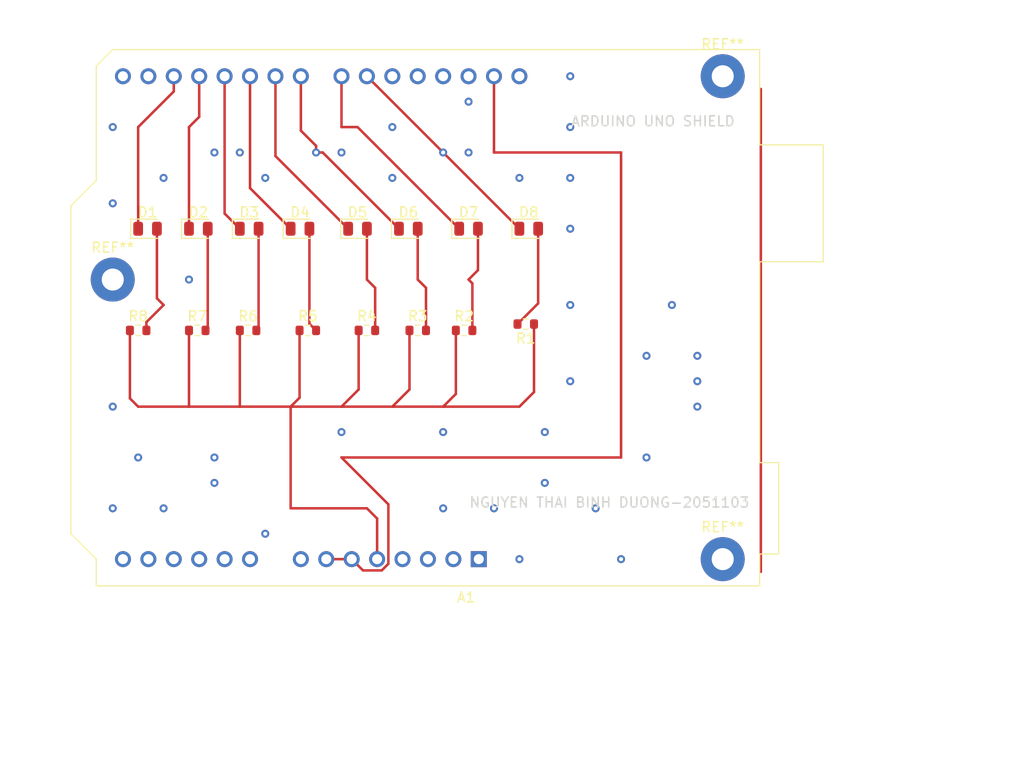
<source format=kicad_pcb>
(kicad_pcb (version 20221018) (generator pcbnew)
  (layers (0 "F.Cu" signal) (31 "B.Cu" signal) (34 "B.Paste" user) (35 "F.Paste" user) (36 "B.SilkS" user "B.Silkscreen") (37 "F.SilkS" user "F.Silkscreen") (38 "B.Mask" user) (39 "F.Mask" user) (44 "Edge.Cuts" user))
  (net 0 "")
  (net 5 "Net-(A1-+5V)")
  (net 6 "GND")
  (net 16 "Net-(A1-D2)")
  (net 17 "Net-(A1-D3)")
  (net 18 "Net-(A1-D4)")
  (net 19 "Net-(A1-D5)")
  (net 20 "Net-(A1-D6)")
  (net 21 "Net-(A1-D7)")
  (net 22 "Net-(A1-D8)")
  (net 23 "Net-(A1-D9)")
  (net 29 "Net-(D1-A)")
  (net 30 "Net-(D2-A)")
  (net 31 "Net-(D3-A)")
  (net 32 "Net-(D4-A)")
  (net 33 "Net-(D5-A)")
  (net 34 "Net-(D6-A)")
  (net 35 "Net-(D7-A)")
  (net 36 "Net-(D8-A)")
  (footprint "MountingHole:MountingHole_2.2mm_M2_Pad" (layer "F.Cu") (at 76.2 71.12)
    (fp_text reference "REF**" (at 0 -3.2) (layer "F.SilkS"))
    (fp_text value "MountingHole_2.2mm_M2_Pad")
    (pad "1" thru_hole circle (at 0 0) (size 4.4 4.4) (drill 2.2) (layers "*.Cu" "*.Mask"))
  )
  (footprint "LED_SMD:LED_0805_2012Metric" (layer "F.Cu") (at 100.6625 66.04)
    (fp_text reference "D5" (at 0 -1.65) (layer "F.SilkS"))
    (fp_text value "LED")
    (fp_line (start -1.685 -0.96) (end -1.685 0.96) (stroke (width 0.12)) (layer "F.SilkS"))
    (fp_line (start -1.685 0.96) (end 1 0.96) (stroke (width 0.12)) (layer "F.SilkS"))
    (fp_line (start 1 -0.96) (end -1.685 -0.96) (stroke (width 0.12)) (layer "F.SilkS"))
    (pad "1" smd roundrect (at -0.9375 0) (size 0.975 1.4) (layers "F.Cu" "F.Paste" "F.Mask") (net 20 "Net-(A1-D6)"))
    (pad "2" smd roundrect (at 0.9375 0) (size 0.975 1.4) (layers "F.Cu" "F.Paste" "F.Mask") (net 33 "Net-(D5-A)"))
  )
  (footprint "MountingHole:MountingHole_2.2mm_M2_Pad" (layer "F.Cu") (at 137.16 50.8)
    (fp_text reference "REF**" (at 0 -3.2) (layer "F.SilkS"))
    (fp_text value "MountingHole_2.2mm_M2_Pad")
    (pad "1" thru_hole circle (at 0 0) (size 4.4 4.4) (drill 2.2) (layers "*.Cu" "*.Mask"))
  )
  (footprint "Resistor_SMD:R_0603_1608Metric" (layer "F.Cu") (at 89.725 76.2)
    (fp_text reference "R6" (at 0 -1.43) (layer "F.SilkS"))
    (fp_text value "247")
    (fp_line (start -0.237258 -0.5225) (end 0.237258 -0.5225) (stroke (width 0.12)) (layer "F.SilkS"))
    (fp_line (start -0.237258 0.5225) (end 0.237258 0.5225) (stroke (width 0.12)) (layer "F.SilkS"))
    (pad "1" smd roundrect (at -0.825 0) (size 0.8 0.95) (layers "F.Cu" "F.Paste" "F.Mask") (net 5 "Net-(A1-+5V)"))
    (pad "2" smd roundrect (at 0.825 0) (size 0.8 0.95) (layers "F.Cu" "F.Paste" "F.Mask") (net 31 "Net-(D3-A)"))
  )
  (footprint "LED_SMD:LED_0805_2012Metric" (layer "F.Cu") (at 111.76 66.04)
    (fp_text reference "D7" (at 0 -1.65) (layer "F.SilkS"))
    (fp_text value "LED")
    (fp_line (start -1.685 -0.96) (end -1.685 0.96) (stroke (width 0.12)) (layer "F.SilkS"))
    (fp_line (start -1.685 0.96) (end 1 0.96) (stroke (width 0.12)) (layer "F.SilkS"))
    (fp_line (start 1 -0.96) (end -1.685 -0.96) (stroke (width 0.12)) (layer "F.SilkS"))
    (pad "1" smd roundrect (at -0.9375 0) (size 0.975 1.4) (layers "F.Cu" "F.Paste" "F.Mask") (net 22 "Net-(A1-D8)"))
    (pad "2" smd roundrect (at 0.9375 0) (size 0.975 1.4) (layers "F.Cu" "F.Paste" "F.Mask") (net 35 "Net-(D7-A)"))
  )
  (footprint "Resistor_SMD:R_0603_1608Metric" (layer "F.Cu") (at 106.68 76.2)
    (fp_text reference "R3" (at 0 -1.43) (layer "F.SilkS"))
    (fp_text value "247")
    (fp_line (start -0.237258 -0.5225) (end 0.237258 -0.5225) (stroke (width 0.12)) (layer "F.SilkS"))
    (fp_line (start -0.237258 0.5225) (end 0.237258 0.5225) (stroke (width 0.12)) (layer "F.SilkS"))
    (pad "1" smd roundrect (at -0.825 0) (size 0.8 0.95) (layers "F.Cu" "F.Paste" "F.Mask") (net 5 "Net-(A1-+5V)"))
    (pad "2" smd roundrect (at 0.825 0) (size 0.8 0.95) (layers "F.Cu" "F.Paste" "F.Mask") (net 34 "Net-(D6-A)"))
  )
  (footprint "Resistor_SMD:R_0603_1608Metric" (layer "F.Cu") (at 117.475 75.565 180)
    (fp_text reference "R1" (at 0 -1.43) (layer "F.SilkS"))
    (fp_text value "247")
    (fp_line (start -0.237258 -0.5225) (end 0.237258 -0.5225) (stroke (width 0.12)) (layer "F.SilkS"))
    (fp_line (start -0.237258 0.5225) (end 0.237258 0.5225) (stroke (width 0.12)) (layer "F.SilkS"))
    (pad "1" smd roundrect (at -0.825 0 180) (size 0.8 0.95) (layers "F.Cu" "F.Paste" "F.Mask") (net 5 "Net-(A1-+5V)"))
    (pad "2" smd roundrect (at 0.825 0 180) (size 0.8 0.95) (layers "F.Cu" "F.Paste" "F.Mask") (net 36 "Net-(D8-A)"))
  )
  (footprint "Module:Arduino_UNO_R2" (layer "F.Cu") (at 112.78 99.06 180)
    (fp_text reference "A1" (at 1.27 -3.81) (layer "F.SilkS"))
    (fp_text value "Arduino_UNO_R2")
    (fp_line (start -34.42 29.72) (end -34.42 41.4) (stroke (width 0.12)) (layer "F.SilkS"))
    (fp_line (start -34.42 41.4) (end -28.07 41.4) (stroke (width 0.12)) (layer "F.SilkS"))
    (fp_line (start -29.97 0.51) (end -29.97 9.65) (stroke (width 0.12)) (layer "F.SilkS"))
    (fp_line (start -29.97 9.65) (end -28.07 9.65) (stroke (width 0.12)) (layer "F.SilkS"))
    (fp_line (start -28.07 -2.67) (end -28.07 0.51) (stroke (width 0.12)) (layer "F.SilkS"))
    (fp_line (start -28.07 0.51) (end -29.97 0.51) (stroke (width 0.12)) (layer "F.SilkS"))
    (fp_line (start -28.07 9.65) (end -28.07 29.72) (stroke (width 0.12)) (layer "F.SilkS"))
    (fp_line (start -28.07 29.72) (end -34.42 29.72) (stroke (width 0.12)) (layer "F.SilkS"))
    (fp_line (start -28.07 41.4) (end -28.07 50.93) (stroke (width 0.12)) (layer "F.SilkS"))
    (fp_line (start -28.07 50.93) (end 36.58 50.93) (stroke (width 0.12)) (layer "F.SilkS"))
    (fp_line (start 36.58 50.93) (end 38.23 49.28) (stroke (width 0.12)) (layer "F.SilkS"))
    (fp_line (start 38.23 -2.67) (end -28.07 -2.67) (stroke (width 0.12)) (layer "F.SilkS"))
    (fp_line (start 38.23 0) (end 38.23 -2.67) (stroke (width 0.12)) (layer "F.SilkS"))
    (fp_line (start 38.23 37.85) (end 40.77 35.31) (stroke (width 0.12)) (layer "F.SilkS"))
    (fp_line (start 38.23 49.28) (end 38.23 37.85) (stroke (width 0.12)) (layer "F.SilkS"))
    (fp_line (start 40.77 2.54) (end 38.23 0) (stroke (width 0.12)) (layer "F.SilkS"))
    (fp_line (start 40.77 35.31) (end 40.77 2.54) (stroke (width 0.12)) (layer "F.SilkS"))
    (pad "1" thru_hole rect (at 0 0 270) (size 1.6 1.6) (drill 1) (layers "*.Cu" "*.Mask"))
    (pad "2" thru_hole oval (at 2.54 0 270) (size 1.6 1.6) (drill 1) (layers "*.Cu" "*.Mask"))
    (pad "3" thru_hole oval (at 5.08 0 270) (size 1.6 1.6) (drill 1) (layers "*.Cu" "*.Mask"))
    (pad "4" thru_hole oval (at 7.62 0 270) (size 1.6 1.6) (drill 1) (layers "*.Cu" "*.Mask"))
    (pad "5" thru_hole oval (at 10.16 0 270) (size 1.6 1.6) (drill 1) (layers "*.Cu" "*.Mask") (net 5 "Net-(A1-+5V)"))
    (pad "6" thru_hole oval (at 12.7 0 270) (size 1.6 1.6) (drill 1) (layers "*.Cu" "*.Mask") (net 6 "GND"))
    (pad "7" thru_hole oval (at 15.24 0 270) (size 1.6 1.6) (drill 1) (layers "*.Cu" "*.Mask") (net 6 "GND"))
    (pad "8" thru_hole oval (at 17.78 0 270) (size 1.6 1.6) (drill 1) (layers "*.Cu" "*.Mask"))
    (pad "9" thru_hole oval (at 22.86 0 270) (size 1.6 1.6) (drill 1) (layers "*.Cu" "*.Mask"))
    (pad "10" thru_hole oval (at 25.4 0 270) (size 1.6 1.6) (drill 1) (layers "*.Cu" "*.Mask"))
    (pad "11" thru_hole oval (at 27.94 0 270) (size 1.6 1.6) (drill 1) (layers "*.Cu" "*.Mask"))
    (pad "12" thru_hole oval (at 30.48 0 270) (size 1.6 1.6) (drill 1) (layers "*.Cu" "*.Mask"))
    (pad "13" thru_hole oval (at 33.02 0 270) (size 1.6 1.6) (drill 1) (layers "*.Cu" "*.Mask"))
    (pad "14" thru_hole oval (at 35.56 0 270) (size 1.6 1.6) (drill 1) (layers "*.Cu" "*.Mask"))
    (pad "15" thru_hole oval (at 35.56 48.26 270) (size 1.6 1.6) (drill 1) (layers "*.Cu" "*.Mask"))
    (pad "16" thru_hole oval (at 33.02 48.26 270) (size 1.6 1.6) (drill 1) (layers "*.Cu" "*.Mask"))
    (pad "17" thru_hole oval (at 30.48 48.26 270) (size 1.6 1.6) (drill 1) (layers "*.Cu" "*.Mask") (net 16 "Net-(A1-D2)"))
    (pad "18" thru_hole oval (at 27.94 48.26 270) (size 1.6 1.6) (drill 1) (layers "*.Cu" "*.Mask") (net 17 "Net-(A1-D3)"))
    (pad "19" thru_hole oval (at 25.4 48.26 270) (size 1.6 1.6) (drill 1) (layers "*.Cu" "*.Mask") (net 18 "Net-(A1-D4)"))
    (pad "20" thru_hole oval (at 22.86 48.26 270) (size 1.6 1.6) (drill 1) (layers "*.Cu" "*.Mask") (net 19 "Net-(A1-D5)"))
    (pad "21" thru_hole oval (at 20.32 48.26 270) (size 1.6 1.6) (drill 1) (layers "*.Cu" "*.Mask") (net 20 "Net-(A1-D6)"))
    (pad "22" thru_hole oval (at 17.78 48.26 270) (size 1.6 1.6) (drill 1) (layers "*.Cu" "*.Mask") (net 21 "Net-(A1-D7)"))
    (pad "23" thru_hole oval (at 13.72 48.26 270) (size 1.6 1.6) (drill 1) (layers "*.Cu" "*.Mask") (net 22 "Net-(A1-D8)"))
    (pad "24" thru_hole oval (at 11.18 48.26 270) (size 1.6 1.6) (drill 1) (layers "*.Cu" "*.Mask") (net 23 "Net-(A1-D9)"))
    (pad "25" thru_hole oval (at 8.64 48.26 270) (size 1.6 1.6) (drill 1) (layers "*.Cu" "*.Mask"))
    (pad "26" thru_hole oval (at 6.1 48.26 270) (size 1.6 1.6) (drill 1) (layers "*.Cu" "*.Mask"))
    (pad "27" thru_hole oval (at 3.56 48.26 270) (size 1.6 1.6) (drill 1) (layers "*.Cu" "*.Mask"))
    (pad "28" thru_hole oval (at 1.02 48.26 270) (size 1.6 1.6) (drill 1) (layers "*.Cu" "*.Mask"))
    (pad "29" thru_hole oval (at -1.52 48.26 270) (size 1.6 1.6) (drill 1) (layers "*.Cu" "*.Mask") (net 6 "GND"))
    (pad "30" thru_hole oval (at -4.06 48.26 270) (size 1.6 1.6) (drill 1) (layers "*.Cu" "*.Mask"))
  )
  (footprint "MountingHole:MountingHole_2.2mm_M2_Pad" (layer "F.Cu") (at 137.16 99.06)
    (fp_text reference "REF**" (at 0 -3.2) (layer "F.SilkS"))
    (fp_text value "MountingHole_2.2mm_M2_Pad")
    (pad "1" thru_hole circle (at 0 0) (size 4.4 4.4) (drill 2.2) (layers "*.Cu" "*.Mask"))
  )
  (footprint "LED_SMD:LED_0805_2012Metric" (layer "F.Cu") (at 89.8375 66.04)
    (fp_text reference "D3" (at 0 -1.65) (layer "F.SilkS"))
    (fp_text value "LED")
    (fp_line (start -1.685 -0.96) (end -1.685 0.96) (stroke (width 0.12)) (layer "F.SilkS"))
    (fp_line (start -1.685 0.96) (end 1 0.96) (stroke (width 0.12)) (layer "F.SilkS"))
    (fp_line (start 1 -0.96) (end -1.685 -0.96) (stroke (width 0.12)) (layer "F.SilkS"))
    (pad "1" smd roundrect (at -0.9375 0) (size 0.975 1.4) (layers "F.Cu" "F.Paste" "F.Mask") (net 18 "Net-(A1-D4)"))
    (pad "2" smd roundrect (at 0.9375 0) (size 0.975 1.4) (layers "F.Cu" "F.Paste" "F.Mask") (net 31 "Net-(D3-A)"))
  )
  (footprint "LED_SMD:LED_0805_2012Metric" (layer "F.Cu") (at 84.7575 66.04)
    (fp_text reference "D2" (at 0 -1.65) (layer "F.SilkS"))
    (fp_text value "LED")
    (fp_line (start -1.685 -0.96) (end -1.685 0.96) (stroke (width 0.12)) (layer "F.SilkS"))
    (fp_line (start -1.685 0.96) (end 1 0.96) (stroke (width 0.12)) (layer "F.SilkS"))
    (fp_line (start 1 -0.96) (end -1.685 -0.96) (stroke (width 0.12)) (layer "F.SilkS"))
    (pad "1" smd roundrect (at -0.9375 0) (size 0.975 1.4) (layers "F.Cu" "F.Paste" "F.Mask") (net 17 "Net-(A1-D3)"))
    (pad "2" smd roundrect (at 0.9375 0) (size 0.975 1.4) (layers "F.Cu" "F.Paste" "F.Mask") (net 30 "Net-(D2-A)"))
  )
  (footprint "Resistor_SMD:R_0603_1608Metric" (layer "F.Cu") (at 78.74 76.2)
    (fp_text reference "R8" (at 0 -1.43) (layer "F.SilkS"))
    (fp_text value "247")
    (fp_line (start -0.237258 -0.5225) (end 0.237258 -0.5225) (stroke (width 0.12)) (layer "F.SilkS"))
    (fp_line (start -0.237258 0.5225) (end 0.237258 0.5225) (stroke (width 0.12)) (layer "F.SilkS"))
    (pad "1" smd roundrect (at -0.825 0) (size 0.8 0.95) (layers "F.Cu" "F.Paste" "F.Mask") (net 5 "Net-(A1-+5V)"))
    (pad "2" smd roundrect (at 0.825 0) (size 0.8 0.95) (layers "F.Cu" "F.Paste" "F.Mask") (net 29 "Net-(D1-A)"))
  )
  (footprint "LED_SMD:LED_0805_2012Metric" (layer "F.Cu") (at 94.9175 66.04)
    (fp_text reference "D4" (at 0 -1.65) (layer "F.SilkS"))
    (fp_text value "LED")
    (fp_line (start -1.685 -0.96) (end -1.685 0.96) (stroke (width 0.12)) (layer "F.SilkS"))
    (fp_line (start -1.685 0.96) (end 1 0.96) (stroke (width 0.12)) (layer "F.SilkS"))
    (fp_line (start 1 -0.96) (end -1.685 -0.96) (stroke (width 0.12)) (layer "F.SilkS"))
    (pad "1" smd roundrect (at -0.9375 0) (size 0.975 1.4) (layers "F.Cu" "F.Paste" "F.Mask") (net 19 "Net-(A1-D5)"))
    (pad "2" smd roundrect (at 0.9375 0) (size 0.975 1.4) (layers "F.Cu" "F.Paste" "F.Mask") (net 32 "Net-(D4-A)"))
  )
  (footprint "LED_SMD:LED_0805_2012Metric" (layer "F.Cu") (at 79.6775 66.04)
    (fp_text reference "D1" (at 0 -1.65) (layer "F.SilkS"))
    (fp_text value "LED")
    (fp_line (start -1.685 -0.96) (end -1.685 0.96) (stroke (width 0.12)) (layer "F.SilkS"))
    (fp_line (start -1.685 0.96) (end 1 0.96) (stroke (width 0.12)) (layer "F.SilkS"))
    (fp_line (start 1 -0.96) (end -1.685 -0.96) (stroke (width 0.12)) (layer "F.SilkS"))
    (pad "1" smd roundrect (at -0.9375 0) (size 0.975 1.4) (layers "F.Cu" "F.Paste" "F.Mask") (net 16 "Net-(A1-D2)"))
    (pad "2" smd roundrect (at 0.9375 0) (size 0.975 1.4) (layers "F.Cu" "F.Paste" "F.Mask") (net 29 "Net-(D1-A)"))
  )
  (footprint "LED_SMD:LED_0805_2012Metric" (layer "F.Cu") (at 117.7775 66.04)
    (fp_text reference "D8" (at 0 -1.65) (layer "F.SilkS"))
    (fp_text value "LED")
    (fp_line (start -1.685 -0.96) (end -1.685 0.96) (stroke (width 0.12)) (layer "F.SilkS"))
    (fp_line (start -1.685 0.96) (end 1 0.96) (stroke (width 0.12)) (layer "F.SilkS"))
    (fp_line (start 1 -0.96) (end -1.685 -0.96) (stroke (width 0.12)) (layer "F.SilkS"))
    (pad "1" smd roundrect (at -0.9375 0) (size 0.975 1.4) (layers "F.Cu" "F.Paste" "F.Mask") (net 23 "Net-(A1-D9)"))
    (pad "2" smd roundrect (at 0.9375 0) (size 0.975 1.4) (layers "F.Cu" "F.Paste" "F.Mask") (net 36 "Net-(D8-A)"))
  )
  (footprint "Resistor_SMD:R_0603_1608Metric" (layer "F.Cu") (at 111.315 76.2)
    (fp_text reference "R2" (at 0 -1.43) (layer "F.SilkS"))
    (fp_text value "247")
    (fp_line (start -0.237258 -0.5225) (end 0.237258 -0.5225) (stroke (width 0.12)) (layer "F.SilkS"))
    (fp_line (start -0.237258 0.5225) (end 0.237258 0.5225) (stroke (width 0.12)) (layer "F.SilkS"))
    (pad "1" smd roundrect (at -0.825 0) (size 0.8 0.95) (layers "F.Cu" "F.Paste" "F.Mask") (net 5 "Net-(A1-+5V)"))
    (pad "2" smd roundrect (at 0.825 0) (size 0.8 0.95) (layers "F.Cu" "F.Paste" "F.Mask") (net 35 "Net-(D7-A)"))
  )
  (footprint "Resistor_SMD:R_0603_1608Metric" (layer "F.Cu") (at 84.645 76.2)
    (fp_text reference "R7" (at 0 -1.43) (layer "F.SilkS"))
    (fp_text value "247")
    (fp_line (start -0.237258 -0.5225) (end 0.237258 -0.5225) (stroke (width 0.12)) (layer "F.SilkS"))
    (fp_line (start -0.237258 0.5225) (end 0.237258 0.5225) (stroke (width 0.12)) (layer "F.SilkS"))
    (pad "1" smd roundrect (at -0.825 0) (size 0.8 0.95) (layers "F.Cu" "F.Paste" "F.Mask") (net 5 "Net-(A1-+5V)"))
    (pad "2" smd roundrect (at 0.825 0) (size 0.8 0.95) (layers "F.Cu" "F.Paste" "F.Mask") (net 30 "Net-(D2-A)"))
  )
  (footprint "Resistor_SMD:R_0603_1608Metric" (layer "F.Cu") (at 101.6 76.2)
    (fp_text reference "R4" (at 0 -1.43) (layer "F.SilkS"))
    (fp_text value "247")
    (fp_line (start -0.237258 -0.5225) (end 0.237258 -0.5225) (stroke (width 0.12)) (layer "F.SilkS"))
    (fp_line (start -0.237258 0.5225) (end 0.237258 0.5225) (stroke (width 0.12)) (layer "F.SilkS"))
    (pad "1" smd roundrect (at -0.825 0) (size 0.8 0.95) (layers "F.Cu" "F.Paste" "F.Mask") (net 5 "Net-(A1-+5V)"))
    (pad "2" smd roundrect (at 0.825 0) (size 0.8 0.95) (layers "F.Cu" "F.Paste" "F.Mask") (net 33 "Net-(D5-A)"))
  )
  (footprint "Resistor_SMD:R_0603_1608Metric" (layer "F.Cu") (at 95.695 76.2)
    (fp_text reference "R5" (at 0 -1.43) (layer "F.SilkS"))
    (fp_text value "247")
    (fp_line (start -0.237258 -0.5225) (end 0.237258 -0.5225) (stroke (width 0.12)) (layer "F.SilkS"))
    (fp_line (start -0.237258 0.5225) (end 0.237258 0.5225) (stroke (width 0.12)) (layer "F.SilkS"))
    (pad "1" smd roundrect (at -0.825 0) (size 0.8 0.95) (layers "F.Cu" "F.Paste" "F.Mask") (net 5 "Net-(A1-+5V)"))
    (pad "2" smd roundrect (at 0.825 0) (size 0.8 0.95) (layers "F.Cu" "F.Paste" "F.Mask") (net 32 "Net-(D4-A)"))
  )
  (footprint "LED_SMD:LED_0805_2012Metric" (layer "F.Cu") (at 105.7425 66.04)
    (fp_text reference "D6" (at 0 -1.65) (layer "F.SilkS"))
    (fp_text value "LED")
    (fp_line (start -1.685 -0.96) (end -1.685 0.96) (stroke (width 0.12)) (layer "F.SilkS"))
    (fp_line (start -1.685 0.96) (end 1 0.96) (stroke (width 0.12)) (layer "F.SilkS"))
    (fp_line (start 1 -0.96) (end -1.685 -0.96) (stroke (width 0.12)) (layer "F.SilkS"))
    (pad "1" smd roundrect (at -0.9375 0) (size 0.975 1.4) (layers "F.Cu" "F.Paste" "F.Mask") (net 21 "Net-(A1-D7)"))
    (pad "2" smd roundrect (at 0.9375 0) (size 0.975 1.4) (layers "F.Cu" "F.Paste" "F.Mask") (net 34 "Net-(D6-A)"))
  )
  (gr_text "ARDUINO UNO SHIELD" (at 121.92 55.88) (layer "Edge.Cuts") (effects (font (size 1 1)) (justify left bottom)))
  (gr_text "NGUYEN THAI BINH DUONG-2051103" (at 111.76 93.98) (layer "Edge.Cuts") (effects (font (size 1 1)) (justify left bottom)))
  (segment (start 140.97 100.33) (end 140.97 52.07) (width 0.25) (layer "F.Cu") (net 0))
  (via (at 91.44 60.96) (size 0.8) (drill 0.4) (layers "F.Cu" "B.Cu") (net 0))
  (via (at 76.2 55.88) (size 0.8) (drill 0.4) (layers "F.Cu" "B.Cu") (net 0))
  (via (at 121.92 50.8) (size 0.8) (drill 0.4) (layers "F.Cu" "B.Cu") (net 0))
  (via (at 104.14 55.88) (size 0.8) (drill 0.4) (layers "F.Cu" "B.Cu") (net 0))
  (via (at 121.92 73.66) (size 0.8) (drill 0.4) (layers "F.Cu" "B.Cu") (net 0))
  (via (at 127 99.06) (size 0.8) (drill 0.4) (layers "F.Cu" "B.Cu") (net 0))
  (via (at 104.14 60.96) (size 0.8) (drill 0.4) (layers "F.Cu" "B.Cu") (net 0))
  (via (at 111.76 53.34) (size 0.8) (drill 0.4) (layers "F.Cu" "B.Cu") (net 0))
  (via (at 78.74 88.9) (size 0.8) (drill 0.4) (layers "F.Cu" "B.Cu") (net 0))
  (via (at 121.92 66.04) (size 0.8) (drill 0.4) (layers "F.Cu" "B.Cu") (net 0))
  (via (at 86.36 91.44) (size 0.8) (drill 0.4) (layers "F.Cu" "B.Cu") (net 0))
  (via (at 119.38 91.44) (size 0.8) (drill 0.4) (layers "F.Cu" "B.Cu") (net 0))
  (via (at 86.36 58.42) (size 0.8) (drill 0.4) (layers "F.Cu" "B.Cu") (net 0))
  (via (at 83.82 71.12) (size 0.8) (drill 0.4) (layers "F.Cu" "B.Cu") (net 0))
  (via (at 99.06 86.36) (size 0.8) (drill 0.4) (layers "F.Cu" "B.Cu") (net 0))
  (via (at 81.28 60.96) (size 0.8) (drill 0.4) (layers "F.Cu" "B.Cu") (net 0))
  (via (at 109.22 93.98) (size 0.8) (drill 0.4) (layers "F.Cu" "B.Cu") (net 0))
  (via (at 134.62 81.28) (size 0.8) (drill 0.4) (layers "F.Cu" "B.Cu") (net 0))
  (via (at 124.46 93.98) (size 0.8) (drill 0.4) (layers "F.Cu" "B.Cu") (net 0))
  (via (at 129.54 78.74) (size 0.8) (drill 0.4) (layers "F.Cu" "B.Cu") (net 0))
  (via (at 88.9 58.42) (size 0.8) (drill 0.4) (layers "F.Cu" "B.Cu") (net 0))
  (via (at 116.84 60.96) (size 0.8) (drill 0.4) (layers "F.Cu" "B.Cu") (net 0))
  (via (at 86.36 88.9) (size 0.8) (drill 0.4) (layers "F.Cu" "B.Cu") (net 0))
  (via (at 76.2 83.82) (size 0.8) (drill 0.4) (layers "F.Cu" "B.Cu") (net 0))
  (via (at 134.62 83.82) (size 0.8) (drill 0.4) (layers "F.Cu" "B.Cu") (net 0))
  (via (at 111.76 58.42) (size 0.8) (drill 0.4) (layers "F.Cu" "B.Cu") (net 0))
  (via (at 132.08 73.66) (size 0.8) (drill 0.4) (layers "F.Cu" "B.Cu") (net 0))
  (via (at 121.92 60.96) (size 0.8) (drill 0.4) (layers "F.Cu" "B.Cu") (net 0))
  (via (at 109.22 86.36) (size 0.8) (drill 0.4) (layers "F.Cu" "B.Cu") (net 0))
  (via (at 119.38 86.36) (size 0.8) (drill 0.4) (layers "F.Cu" "B.Cu") (net 0))
  (via (at 99.06 58.42) (size 0.8) (drill 0.4) (layers "F.Cu" "B.Cu") (net 0))
  (via (at 121.92 81.28) (size 0.8) (drill 0.4) (layers "F.Cu" "B.Cu") (net 0))
  (via (at 76.2 63.5) (size 0.8) (drill 0.4) (layers "F.Cu" "B.Cu") (net 0))
  (via (at 91.44 96.52) (size 0.8) (drill 0.4) (layers "F.Cu" "B.Cu") (net 0))
  (via (at 81.28 93.98) (size 0.8) (drill 0.4) (layers "F.Cu" "B.Cu") (net 0))
  (via (at 121.92 55.88) (size 0.8) (drill 0.4) (layers "F.Cu" "B.Cu") (net 0))
  (via (at 76.2 93.98) (size 0.8) (drill 0.4) (layers "F.Cu" "B.Cu") (net 0))
  (via (at 134.62 78.74) (size 0.8) (drill 0.4) (layers "F.Cu" "B.Cu") (net 0))
  (via (at 114.3 93.98) (size 0.8) (drill 0.4) (layers "F.Cu" "B.Cu") (net 0))
  (via (at 116.84 99.06) (size 0.8) (drill 0.4) (layers "F.Cu" "B.Cu") (net 0))
  (via (at 129.54 88.9) (size 0.8) (drill 0.4) (layers "F.Cu" "B.Cu") (net 0))
  (segment (start 118.3 82.36) (end 118.3 75.565) (width 0.25) (layer "F.Cu") (net 5))
  (segment (start 102.62 95) (end 102.62 99.06) (width 0.25) (layer "F.Cu") (net 5))
  (segment (start 88.9 76.2) (end 88.9 83.82) (width 0.25) (layer "F.Cu") (net 5))
  (segment (start 93.98 83.82) (end 93.98 93.98) (width 0.25) (layer "F.Cu") (net 5))
  (segment (start 100.775 82.105) (end 99.06 83.82) (width 0.25) (layer "F.Cu") (net 5))
  (segment (start 100.775 76.2) (end 100.775 82.105) (width 0.25) (layer "F.Cu") (net 5))
  (segment (start 94.87 76.2) (end 94.87 82.93) (width 0.25) (layer "F.Cu") (net 5))
  (segment (start 77.915 82.995) (end 78.74 83.82) (width 0.25) (layer "F.Cu") (net 5))
  (segment (start 116.84 83.82) (end 118.3 82.36) (width 0.25) (layer "F.Cu") (net 5))
  (segment (start 109.22 83.82) (end 116.84 83.82) (width 0.25) (layer "F.Cu") (net 5))
  (segment (start 105.855 82.105) (end 104.14 83.82) (width 0.25) (layer "F.Cu") (net 5))
  (segment (start 110.49 76.2) (end 110.49 82.55) (width 0.25) (layer "F.Cu") (net 5))
  (segment (start 104.14 83.82) (end 109.22 83.82) (width 0.25) (layer "F.Cu") (net 5))
  (segment (start 93.98 83.82) (end 99.06 83.82) (width 0.25) (layer "F.Cu") (net 5))
  (segment (start 101.6 93.98) (end 102.62 95) (width 0.25) (layer "F.Cu") (net 5))
  (segment (start 78.74 83.82) (end 88.9 83.82) (width 0.25) (layer "F.Cu") (net 5))
  (segment (start 88.9 83.82) (end 93.98 83.82) (width 0.25) (layer "F.Cu") (net 5))
  (segment (start 77.915 76.2) (end 77.915 82.995) (width 0.25) (layer "F.Cu") (net 5))
  (segment (start 105.855 76.2) (end 105.855 82.105) (width 0.25) (layer "F.Cu") (net 5))
  (segment (start 110.49 82.55) (end 109.22 83.82) (width 0.25) (layer "F.Cu") (net 5))
  (segment (start 93.98 93.98) (end 101.6 93.98) (width 0.25) (layer "F.Cu") (net 5))
  (segment (start 83.82 76.2) (end 83.82 83.82) (width 0.25) (layer "F.Cu") (net 5))
  (segment (start 94.87 82.93) (end 93.98 83.82) (width 0.25) (layer "F.Cu") (net 5))
  (segment (start 99.06 83.82) (end 104.14 83.82) (width 0.25) (layer "F.Cu") (net 5))
  (segment (start 99.06 88.9) (end 103.745 93.585) (width 0.25) (layer "F.Cu") (net 6))
  (segment (start 114.3 50.8) (end 114.3 58.42) (width 0.25) (layer "F.Cu") (net 6))
  (segment (start 103.085991 100.185) (end 101.205 100.185) (width 0.25) (layer "F.Cu") (net 6))
  (segment (start 101.205 100.185) (end 100.08 99.06) (width 0.25) (layer "F.Cu") (net 6))
  (segment (start 100.08 99.06) (end 97.54 99.06) (width 0.25) (layer "F.Cu") (net 6))
  (segment (start 127 58.42) (end 127 88.9) (width 0.25) (layer "F.Cu") (net 6))
  (segment (start 103.745 93.585) (end 103.745 99.525991) (width 0.25) (layer "F.Cu") (net 6))
  (segment (start 103.745 99.525991) (end 103.085991 100.185) (width 0.25) (layer "F.Cu") (net 6))
  (segment (start 114.3 58.42) (end 127 58.42) (width 0.25) (layer "F.Cu") (net 6))
  (segment (start 127 88.9) (end 99.06 88.9) (width 0.25) (layer "F.Cu") (net 6))
  (segment (start 78.74 55.88) (end 78.74 66.04) (width 0.25) (layer "F.Cu") (net 16))
  (segment (start 82.3 52.32) (end 78.74 55.88) (width 0.25) (layer "F.Cu") (net 16))
  (segment (start 82.3 50.8) (end 82.3 52.32) (width 0.25) (layer "F.Cu") (net 16))
  (segment (start 84.84 54.86) (end 83.82 55.88) (width 0.25) (layer "F.Cu") (net 17))
  (segment (start 83.82 55.88) (end 83.82 66.04) (width 0.25) (layer "F.Cu") (net 17))
  (segment (start 84.84 50.8) (end 84.84 54.86) (width 0.25) (layer "F.Cu") (net 17))
  (segment (start 87.38 50.8) (end 87.38 64.52) (width 0.25) (layer "F.Cu") (net 18))
  (segment (start 87.38 64.52) (end 88.9 66.04) (width 0.25) (layer "F.Cu") (net 18))
  (segment (start 89.92 61.98) (end 93.98 66.04) (width 0.25) (layer "F.Cu") (net 19))
  (segment (start 89.92 50.8) (end 89.92 61.98) (width 0.25) (layer "F.Cu") (net 19))
  (segment (start 92.46 58.775) (end 99.725 66.04) (width 0.25) (layer "F.Cu") (net 20))
  (segment (start 92.46 50.8) (end 92.46 58.775) (width 0.25) (layer "F.Cu") (net 20))
  (segment (start 96.52 57.755) (end 96.52 58.42) (width 0.25) (layer "F.Cu") (net 21))
  (segment (start 96.52 58.42) (end 97.185 58.42) (width 0.25) (layer "F.Cu") (net 21))
  (segment (start 95 50.8) (end 95 56.235) (width 0.25) (layer "F.Cu") (net 21))
  (segment (start 97.185 58.42) (end 104.805 66.04) (width 0.25) (layer "F.Cu") (net 21))
  (segment (start 95 56.235) (end 96.52 57.755) (width 0.25) (layer "F.Cu") (net 21))
  (via (at 96.52 58.42) (size 0.8) (drill 0.4) (layers "F.Cu" "B.Cu") (net 21))
  (segment (start 100.6625 55.88) (end 110.8225 66.04) (width 0.25) (layer "F.Cu") (net 22))
  (segment (start 99.06 50.8) (end 99.06 55.88) (width 0.25) (layer "F.Cu") (net 22))
  (segment (start 99.06 55.88) (end 100.6625 55.88) (width 0.25) (layer "F.Cu") (net 22))
  (segment (start 101.6 50.8) (end 109.22 58.42) (width 0.25) (layer "F.Cu") (net 23))
  (segment (start 109.22 58.42) (end 116.84 66.04) (width 0.25) (layer "F.Cu") (net 23))
  (via (at 109.22 58.42) (size 0.8) (drill 0.4) (layers "F.Cu" "B.Cu") (net 23))
  (segment (start 79.565 75.375) (end 81.28 73.66) (width 0.25) (layer "F.Cu") (net 29))
  (segment (start 81.28 73.66) (end 80.615 72.995) (width 0.25) (layer "F.Cu") (net 29))
  (segment (start 79.565 76.2) (end 79.565 75.375) (width 0.25) (layer "F.Cu") (net 29))
  (segment (start 80.615 72.995) (end 80.615 66.04) (width 0.25) (layer "F.Cu") (net 29))
  (segment (start 85.695 66.04) (end 85.695 75.975) (width 0.25) (layer "F.Cu") (net 30))
  (segment (start 85.695 75.975) (end 85.47 76.2) (width 0.25) (layer "F.Cu") (net 30))
  (segment (start 90.775 66.04) (end 90.775 75.975) (width 0.25) (layer "F.Cu") (net 31))
  (segment (start 90.775 75.975) (end 90.55 76.2) (width 0.25) (layer "F.Cu") (net 31))
  (segment (start 95.855 75.535) (end 96.52 76.2) (width 0.25) (layer "F.Cu") (net 32))
  (segment (start 95.855 66.04) (end 95.855 75.535) (width 0.25) (layer "F.Cu") (net 32))
  (segment (start 102.425 71.945) (end 102.425 76.2) (width 0.25) (layer "F.Cu") (net 33))
  (segment (start 101.6 71.12) (end 102.425 71.945) (width 0.25) (layer "F.Cu") (net 33))
  (segment (start 101.6 66.04) (end 101.6 71.12) (width 0.25) (layer "F.Cu") (net 33))
  (segment (start 107.505 71.945) (end 107.505 76.2) (width 0.25) (layer "F.Cu") (net 34))
  (segment (start 106.68 71.12) (end 107.505 71.945) (width 0.25) (layer "F.Cu") (net 34))
  (segment (start 106.68 66.04) (end 106.68 71.12) (width 0.25) (layer "F.Cu") (net 34))
  (segment (start 112.6975 70.1825) (end 111.76 71.12) (width 0.25) (layer "F.Cu") (net 35))
  (segment (start 111.76 71.12) (end 112.14 71.5) (width 0.25) (layer "F.Cu") (net 35))
  (segment (start 112.6975 66.04) (end 112.6975 70.1825) (width 0.25) (layer "F.Cu") (net 35))
  (segment (start 112.14 71.5) (end 112.14 76.2) (width 0.25) (layer "F.Cu") (net 35))
  (segment (start 118.715 73.5) (end 116.65 75.565) (width 0.25) (layer "F.Cu") (net 36))
  (segment (start 118.715 66.04) (end 118.715 73.5) (width 0.25) (layer "F.Cu") (net 36))
)
</source>
